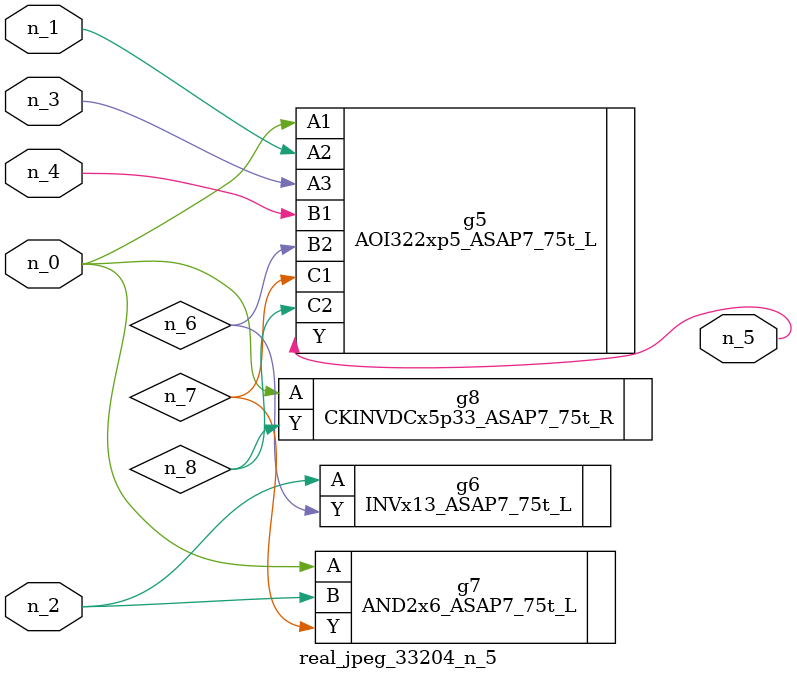
<source format=v>
module real_jpeg_33204_n_5 (n_4, n_0, n_1, n_2, n_3, n_5);

input n_4;
input n_0;
input n_1;
input n_2;
input n_3;

output n_5;

wire n_8;
wire n_6;
wire n_7;

AOI322xp5_ASAP7_75t_L g5 ( 
.A1(n_0),
.A2(n_1),
.A3(n_3),
.B1(n_4),
.B2(n_6),
.C1(n_7),
.C2(n_8),
.Y(n_5)
);

AND2x6_ASAP7_75t_L g7 ( 
.A(n_0),
.B(n_2),
.Y(n_7)
);

CKINVDCx5p33_ASAP7_75t_R g8 ( 
.A(n_0),
.Y(n_8)
);

INVx13_ASAP7_75t_L g6 ( 
.A(n_2),
.Y(n_6)
);


endmodule
</source>
